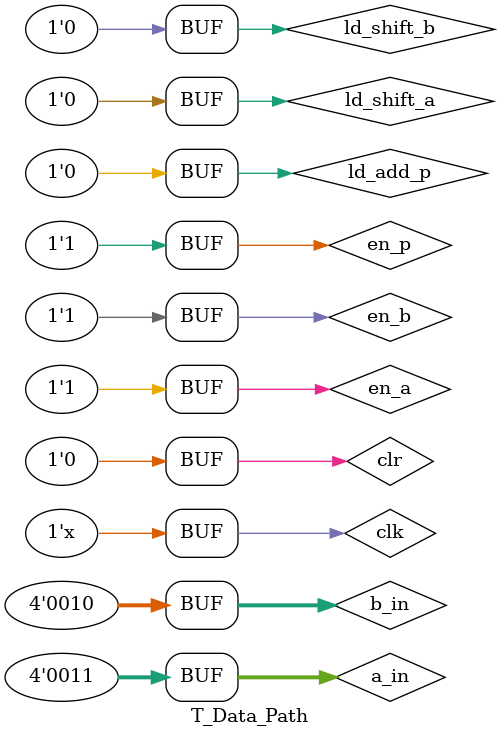
<source format=v>
`timescale 1ns / 1ps

module T_Data_Path;
    reg [3:0] a_in;      // Multiplicand input
    reg [3:0] b_in;      // Multiplier input
    reg clk;             // System clock
    reg clr;             // Reset signal
    reg en_a;            // Register a enable
    reg ld_shift_a;      // Shift a MUX select
    reg en_b;            // Register b enable
    reg ld_shift_b;      // Shift b MUX select
    reg en_p;            // Register p enable
    reg ld_add_p;        // Add a MUX select
    wire [7:0] p_out;    // 4-bit output vector for product output
    wire zero;           // Flag for b, zero = 1 if b = 0
    wire lsb_b;          // Flag for the LSB of b, lsb_b = 1 if b[0] = 1
    
    wire [7:0] a_d, a_q, p_d, p_q;
    wire [3:0] b_q;
    
    always #1 clk = ~clk;
    
    Data_Path M_UUT_data_path(.clk(clk),
                               .clr(clr),
                               .a_in(a_in),
                               .b_in(b_in),
                               .en_a(en_a),
                               .ld_shift_a(ld_shift_a),
                               .en_b(en_b),
                               .ld_shift_b(ld_shift_b),
                               .en_p(en_p),
                               .ld_add_p(ld_add_p),
                               .p_out(p_out),
                               .zero(zero),
                               .lsb_b(lsb_b)
                               ,.a_d(a_d)
                               ,.a_q(a_q)
                               ,.b_d(b_d)
                               ,.b_q(b_q)
                               ,.p_d(p_d)
                               ,.p_q(p_q)
                               );
    
    initial begin
    
        clk <= 0;
        ld_shift_a <= 0;
        ld_shift_b <= 0;
        ld_add_p <= 0;
        a_in <= 0;
        b_in <= 0;
        
        #10 clr <= 1;
        #10 clr <= 0;
        
        #10 a_in <= 3;
            b_in <= 2;
            en_a <= 1;
            en_b <= 1;
            en_p <= 1;
            
//        #2  en_a <= 0;
//            en_b <= 0;
//            en_p <= 0;
            
        #4  ld_add_p <= 1;
//            en_p <= 1;
        #2  ld_add_p <= 0;
//            en_p <= 0;
        
        // Test shift
        #2 ld_shift_b <= 1;
            ld_shift_a <= 1;
//            en_a <= 1;
//            en_b <= 1;
        #2  ld_shift_b <= 0;
            ld_shift_a <= 0;
//            en_a <= 0;
//            en_b <= 0;
        
//        // Test a left shift
//        #11 ld_shift_a <= 1;
//        #1 ld_shift_a <= 0;
        
        // Test p + a
        #2  ld_add_p <= 1;
//            en_p <= 1;
        #2  ld_add_p <= 0;
//            en_p <= 0;
        
    
    end

endmodule
</source>
